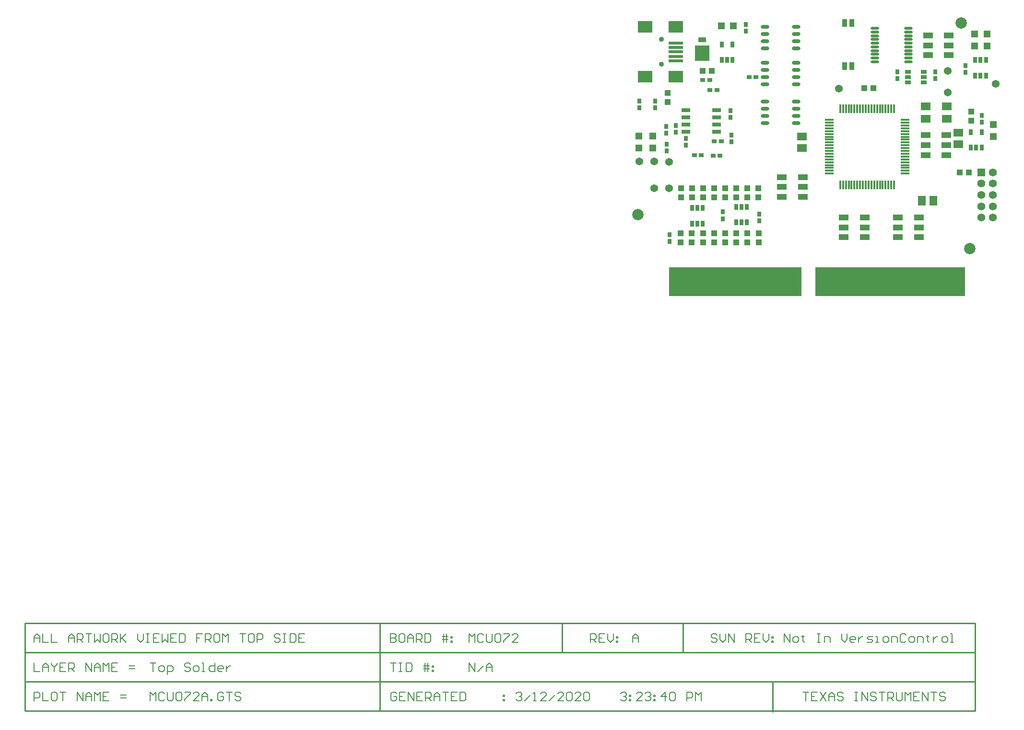
<source format=gts>
G04*
G04 #@! TF.GenerationSoftware,Altium Limited,Altium Designer,18.1.9 (240)*
G04*
G04 Layer_Color=8388736*
%FSAX44Y44*%
%MOMM*%
G71*
G01*
G75*
%ADD15C,0.2032*%
%ADD24C,0.2540*%
%ADD49R,23.4000X5.2000*%
%ADD50R,26.4400X5.2000*%
%ADD51R,1.0500X1.1000*%
%ADD52R,0.5500X2.8000*%
%ADD53R,1.3000X1.2000*%
%ADD54R,1.3700X0.8620*%
%ADD55R,2.6400X2.7670*%
%ADD56R,2.6000X2.1000*%
%ADD57R,2.6000X0.6000*%
%ADD58R,1.7000X1.1000*%
%ADD59R,1.7000X1.1000*%
%ADD60R,0.8600X1.3700*%
G04:AMPARAMS|DCode=61|XSize=0.7mm|YSize=1.55mm|CornerRadius=0.101mm|HoleSize=0mm|Usage=FLASHONLY|Rotation=90.000|XOffset=0mm|YOffset=0mm|HoleType=Round|Shape=RoundedRectangle|*
%AMROUNDEDRECTD61*
21,1,0.7000,1.3480,0,0,90.0*
21,1,0.4980,1.5500,0,0,90.0*
1,1,0.2020,0.6740,0.2490*
1,1,0.2020,0.6740,-0.2490*
1,1,0.2020,-0.6740,-0.2490*
1,1,0.2020,-0.6740,0.2490*
%
%ADD61ROUNDEDRECTD61*%
%ADD62O,1.5000X0.5500*%
%ADD63O,0.4000X1.5500*%
%ADD64O,1.5500X0.4000*%
%ADD65C,2.0000*%
%ADD66R,1.7000X1.3500*%
G04:AMPARAMS|DCode=67|XSize=0.7mm|YSize=1.1mm|CornerRadius=0.101mm|HoleSize=0mm|Usage=FLASHONLY|Rotation=90.000|XOffset=0mm|YOffset=0mm|HoleType=Round|Shape=RoundedRectangle|*
%AMROUNDEDRECTD67*
21,1,0.7000,0.8980,0,0,90.0*
21,1,0.4980,1.1000,0,0,90.0*
1,1,0.2020,0.4490,0.2490*
1,1,0.2020,0.4490,-0.2490*
1,1,0.2020,-0.4490,-0.2490*
1,1,0.2020,-0.4490,0.2490*
%
%ADD67ROUNDEDRECTD67*%
G04:AMPARAMS|DCode=68|XSize=0.7mm|YSize=1.1mm|CornerRadius=0.101mm|HoleSize=0mm|Usage=FLASHONLY|Rotation=180.000|XOffset=0mm|YOffset=0mm|HoleType=Round|Shape=RoundedRectangle|*
%AMROUNDEDRECTD68*
21,1,0.7000,0.8980,0,0,180.0*
21,1,0.4980,1.1000,0,0,180.0*
1,1,0.2020,-0.2490,0.4490*
1,1,0.2020,0.2490,0.4490*
1,1,0.2020,0.2490,-0.4490*
1,1,0.2020,-0.2490,-0.4490*
%
%ADD68ROUNDEDRECTD68*%
%ADD69O,1.4970X0.7000*%
%ADD70R,1.7002X1.3700*%
%ADD71R,0.7000X0.9000*%
%ADD72R,0.9000X0.7000*%
%ADD73R,1.1000X1.0500*%
%ADD74R,1.2000X1.3000*%
%ADD75R,1.3700X1.7002*%
%ADD76C,1.3700*%
%ADD77C,0.9000*%
%ADD78C,1.3900*%
G04:AMPARAMS|DCode=79|XSize=1.39mm|YSize=1.39mm|CornerRadius=0.0487mm|HoleSize=0mm|Usage=FLASHONLY|Rotation=270.000|XOffset=0mm|YOffset=0mm|HoleType=Round|Shape=RoundedRectangle|*
%AMROUNDEDRECTD79*
21,1,1.3900,1.2927,0,0,270.0*
21,1,1.2927,1.3900,0,0,270.0*
1,1,0.0973,-0.6464,-0.6464*
1,1,0.0973,-0.6464,0.6464*
1,1,0.0973,0.6464,0.6464*
1,1,0.0973,0.6464,-0.6464*
%
%ADD79ROUNDEDRECTD79*%
G54D15*
X00322326Y00186814D02*
X00332483D01*
X00327404D01*
Y00171579D01*
X00340100D02*
X00345179D01*
X00347718Y00174118D01*
Y00179196D01*
X00345179Y00181735D01*
X00340100D01*
X00337561Y00179196D01*
Y00174118D01*
X00340100Y00171579D01*
X00352796Y00166500D02*
Y00181735D01*
X00360414D01*
X00362953Y00179196D01*
Y00174118D01*
X00360414Y00171579D01*
X00352796D01*
X00393423Y00184275D02*
X00390884Y00186814D01*
X00385806D01*
X00383266Y00184275D01*
Y00181735D01*
X00385806Y00179196D01*
X00390884D01*
X00393423Y00176657D01*
Y00174118D01*
X00390884Y00171579D01*
X00385806D01*
X00383266Y00174118D01*
X00401040Y00171579D02*
X00406119D01*
X00408658Y00174118D01*
Y00179196D01*
X00406119Y00181735D01*
X00401040D01*
X00398501Y00179196D01*
Y00174118D01*
X00401040Y00171579D01*
X00413736D02*
X00418815D01*
X00416276D01*
Y00186814D01*
X00413736D01*
X00436589D02*
Y00171579D01*
X00428971D01*
X00426432Y00174118D01*
Y00179196D01*
X00428971Y00181735D01*
X00436589D01*
X00449285Y00171579D02*
X00444207D01*
X00441667Y00174118D01*
Y00179196D01*
X00444207Y00181735D01*
X00449285D01*
X00451824Y00179196D01*
Y00176657D01*
X00441667D01*
X00456903Y00181735D02*
Y00171579D01*
Y00176657D01*
X00459442Y00179196D01*
X00461981Y00181735D01*
X00464520D01*
X00322326Y00186814D02*
X00332483D01*
X00327404D01*
Y00171579D01*
X00340100D02*
X00345179D01*
X00347718Y00174118D01*
Y00179196D01*
X00345179Y00181735D01*
X00340100D01*
X00337561Y00179196D01*
Y00174118D01*
X00340100Y00171579D01*
X00352796Y00166500D02*
Y00181735D01*
X00360414D01*
X00362953Y00179196D01*
Y00174118D01*
X00360414Y00171579D01*
X00352796D01*
X00393423Y00184275D02*
X00390884Y00186814D01*
X00385806D01*
X00383266Y00184275D01*
Y00181735D01*
X00385806Y00179196D01*
X00390884D01*
X00393423Y00176657D01*
Y00174118D01*
X00390884Y00171579D01*
X00385806D01*
X00383266Y00174118D01*
X00401040Y00171579D02*
X00406119D01*
X00408658Y00174118D01*
Y00179196D01*
X00406119Y00181735D01*
X00401040D01*
X00398501Y00179196D01*
Y00174118D01*
X00401040Y00171579D01*
X00413736D02*
X00418815D01*
X00416276D01*
Y00186814D01*
X00413736D01*
X00436589D02*
Y00171579D01*
X00428971D01*
X00426432Y00174118D01*
Y00179196D01*
X00428971Y00181735D01*
X00436589D01*
X00449285Y00171579D02*
X00444207D01*
X00441667Y00174118D01*
Y00179196D01*
X00444207Y00181735D01*
X00449285D01*
X00451824Y00179196D01*
Y00176657D01*
X00441667D01*
X00456903Y00181735D02*
Y00171579D01*
Y00176657D01*
X00459442Y00179196D01*
X00461981Y00181735D01*
X00464520D01*
X01441196Y00223097D02*
Y00238332D01*
X01451353Y00223097D01*
Y00238332D01*
X01458970Y00223097D02*
X01464049D01*
X01466588Y00225636D01*
Y00230714D01*
X01464049Y00233253D01*
X01458970D01*
X01456431Y00230714D01*
Y00225636D01*
X01458970Y00223097D01*
X01474205Y00235793D02*
Y00233253D01*
X01471666D01*
X01476745D01*
X01474205D01*
Y00225636D01*
X01476745Y00223097D01*
X01499597Y00238332D02*
X01504675D01*
X01502136D01*
Y00223097D01*
X01499597D01*
X01504675D01*
X01512293D02*
Y00233253D01*
X01519910D01*
X01522450Y00230714D01*
Y00223097D01*
X01542763Y00238332D02*
Y00228175D01*
X01547841Y00223097D01*
X01552920Y00228175D01*
Y00238332D01*
X01565616Y00223097D02*
X01560537D01*
X01557998Y00225636D01*
Y00230714D01*
X01560537Y00233253D01*
X01565616D01*
X01568155Y00230714D01*
Y00228175D01*
X01557998D01*
X01573233Y00233253D02*
Y00223097D01*
Y00228175D01*
X01575773Y00230714D01*
X01578312Y00233253D01*
X01580851D01*
X01588468Y00223097D02*
X01596086D01*
X01598625Y00225636D01*
X01596086Y00228175D01*
X01591008D01*
X01588468Y00230714D01*
X01591008Y00233253D01*
X01598625D01*
X01603703Y00223097D02*
X01608782D01*
X01606243D01*
Y00233253D01*
X01603703D01*
X01618938Y00223097D02*
X01624017D01*
X01626556Y00225636D01*
Y00230714D01*
X01624017Y00233253D01*
X01618938D01*
X01616399Y00230714D01*
Y00225636D01*
X01618938Y00223097D01*
X01631634D02*
Y00233253D01*
X01639252D01*
X01641791Y00230714D01*
Y00223097D01*
X01657026Y00235793D02*
X01654487Y00238332D01*
X01649409D01*
X01646870Y00235793D01*
Y00225636D01*
X01649409Y00223097D01*
X01654487D01*
X01657026Y00225636D01*
X01664644Y00223097D02*
X01669722D01*
X01672261Y00225636D01*
Y00230714D01*
X01669722Y00233253D01*
X01664644D01*
X01662104Y00230714D01*
Y00225636D01*
X01664644Y00223097D01*
X01677340D02*
Y00233253D01*
X01684957D01*
X01687496Y00230714D01*
Y00223097D01*
X01695114Y00235793D02*
Y00233253D01*
X01692575D01*
X01697653D01*
X01695114D01*
Y00225636D01*
X01697653Y00223097D01*
X01705271Y00233253D02*
Y00223097D01*
Y00228175D01*
X01707810Y00230714D01*
X01710349Y00233253D01*
X01712888D01*
X01723045Y00223097D02*
X01728123D01*
X01730662Y00225636D01*
Y00230714D01*
X01728123Y00233253D01*
X01723045D01*
X01720506Y00230714D01*
Y00225636D01*
X01723045Y00223097D01*
X01735741D02*
X01740819D01*
X01738280D01*
Y00238332D01*
X01735741D01*
X01322829Y00235793D02*
X01320289Y00238332D01*
X01315211D01*
X01312672Y00235793D01*
Y00233253D01*
X01315211Y00230714D01*
X01320289D01*
X01322829Y00228175D01*
Y00225636D01*
X01320289Y00223097D01*
X01315211D01*
X01312672Y00225636D01*
X01327907Y00238332D02*
Y00228175D01*
X01332985Y00223097D01*
X01338064Y00228175D01*
Y00238332D01*
X01343142Y00223097D02*
Y00238332D01*
X01353299Y00223097D01*
Y00238332D01*
X01373612Y00223097D02*
Y00238332D01*
X01381230D01*
X01383769Y00235793D01*
Y00230714D01*
X01381230Y00228175D01*
X01373612D01*
X01378691D02*
X01383769Y00223097D01*
X01399004Y00238332D02*
X01388847D01*
Y00223097D01*
X01399004D01*
X01388847Y00230714D02*
X01393926D01*
X01404082Y00238332D02*
Y00228175D01*
X01409161Y00223097D01*
X01414239Y00228175D01*
Y00238332D01*
X01419317Y00233253D02*
X01421857D01*
Y00230714D01*
X01419317D01*
Y00233253D01*
Y00225636D02*
X01421857D01*
Y00223097D01*
X01419317D01*
Y00225636D01*
X01099820Y00223097D02*
Y00238332D01*
X01107438D01*
X01109977Y00235793D01*
Y00230714D01*
X01107438Y00228175D01*
X01099820D01*
X01104898D02*
X01109977Y00223097D01*
X01125212Y00238332D02*
X01115055D01*
Y00223097D01*
X01125212D01*
X01115055Y00230714D02*
X01120133D01*
X01130290Y00238332D02*
Y00228175D01*
X01135368Y00223097D01*
X01140447Y00228175D01*
Y00238332D01*
X01145525Y00233253D02*
X01148064D01*
Y00230714D01*
X01145525D01*
Y00233253D01*
Y00225636D02*
X01148064D01*
Y00223097D01*
X01145525D01*
Y00225636D01*
X00322326Y00119295D02*
Y00134530D01*
X00327404Y00129452D01*
X00332483Y00134530D01*
Y00119295D01*
X00347718Y00131991D02*
X00345179Y00134530D01*
X00340100D01*
X00337561Y00131991D01*
Y00121834D01*
X00340100Y00119295D01*
X00345179D01*
X00347718Y00121834D01*
X00352796Y00134530D02*
Y00121834D01*
X00355335Y00119295D01*
X00360414D01*
X00362953Y00121834D01*
Y00134530D01*
X00368031Y00131991D02*
X00370570Y00134530D01*
X00375649D01*
X00378188Y00131991D01*
Y00121834D01*
X00375649Y00119295D01*
X00370570D01*
X00368031Y00121834D01*
Y00131991D01*
X00383266Y00134530D02*
X00393423D01*
Y00131991D01*
X00383266Y00121834D01*
Y00119295D01*
X00408658D02*
X00398501D01*
X00408658Y00129452D01*
Y00131991D01*
X00406119Y00134530D01*
X00401040D01*
X00398501Y00131991D01*
X00413736Y00119295D02*
Y00129452D01*
X00418815Y00134530D01*
X00423893Y00129452D01*
Y00119295D01*
Y00126912D01*
X00413736D01*
X00428971Y00119295D02*
Y00121834D01*
X00431511D01*
Y00119295D01*
X00428971D01*
X00451824Y00131991D02*
X00449285Y00134530D01*
X00444207D01*
X00441667Y00131991D01*
Y00121834D01*
X00444207Y00119295D01*
X00449285D01*
X00451824Y00121834D01*
Y00126912D01*
X00446746D01*
X00456903Y00134530D02*
X00467059D01*
X00461981D01*
Y00119295D01*
X00482294Y00131991D02*
X00479755Y00134530D01*
X00474677D01*
X00472137Y00131991D01*
Y00129452D01*
X00474677Y00126912D01*
X00479755D01*
X00482294Y00124373D01*
Y00121834D01*
X00479755Y00119295D01*
X00474677D01*
X00472137Y00121834D01*
X00968121Y00131991D02*
X00970660Y00134530D01*
X00975739D01*
X00978278Y00131991D01*
Y00129452D01*
X00975739Y00126912D01*
X00973199D01*
X00975739D01*
X00978278Y00124373D01*
Y00121834D01*
X00975739Y00119295D01*
X00970660D01*
X00968121Y00121834D01*
X00983356Y00119295D02*
X00993513Y00129452D01*
X00998591Y00119295D02*
X01003670D01*
X01001130D01*
Y00134530D01*
X00998591Y00131991D01*
X01021444Y00119295D02*
X01011287D01*
X01021444Y00129452D01*
Y00131991D01*
X01018905Y00134530D01*
X01013826D01*
X01011287Y00131991D01*
X01026522Y00119295D02*
X01036679Y00129452D01*
X01051914Y00119295D02*
X01041757D01*
X01051914Y00129452D01*
Y00131991D01*
X01049375Y00134530D01*
X01044296D01*
X01041757Y00131991D01*
X01056992D02*
X01059531Y00134530D01*
X01064610D01*
X01067149Y00131991D01*
Y00121834D01*
X01064610Y00119295D01*
X01059531D01*
X01056992Y00121834D01*
Y00131991D01*
X01082384Y00119295D02*
X01072227D01*
X01082384Y00129452D01*
Y00131991D01*
X01079845Y00134530D01*
X01074766D01*
X01072227Y00131991D01*
X01087462D02*
X01090002Y00134530D01*
X01095080D01*
X01097619Y00131991D01*
Y00121834D01*
X01095080Y00119295D01*
X01090002D01*
X01087462Y00121834D01*
Y00131991D01*
X00757425D02*
X00754885Y00134530D01*
X00749807D01*
X00747268Y00131991D01*
Y00121834D01*
X00749807Y00119295D01*
X00754885D01*
X00757425Y00121834D01*
Y00126912D01*
X00752346D01*
X00772660Y00134530D02*
X00762503D01*
Y00119295D01*
X00772660D01*
X00762503Y00126912D02*
X00767581D01*
X00777738Y00119295D02*
Y00134530D01*
X00787895Y00119295D01*
Y00134530D01*
X00803130D02*
X00792973D01*
Y00119295D01*
X00803130D01*
X00792973Y00126912D02*
X00798052D01*
X00808208Y00119295D02*
Y00134530D01*
X00815826D01*
X00818365Y00131991D01*
Y00126912D01*
X00815826Y00124373D01*
X00808208D01*
X00813287D02*
X00818365Y00119295D01*
X00823443D02*
Y00129452D01*
X00828522Y00134530D01*
X00833600Y00129452D01*
Y00119295D01*
Y00126912D01*
X00823443D01*
X00838678Y00134530D02*
X00848835D01*
X00843757D01*
Y00119295D01*
X00864070Y00134530D02*
X00853913D01*
Y00119295D01*
X00864070D01*
X00853913Y00126912D02*
X00858992D01*
X00869149Y00134530D02*
Y00119295D01*
X00876766D01*
X00879305Y00121834D01*
Y00131991D01*
X00876766Y00134530D01*
X00869149D01*
X00945324Y00129452D02*
X00947863D01*
Y00126912D01*
X00945324D01*
Y00129452D01*
Y00121834D02*
X00947863D01*
Y00119295D01*
X00945324D01*
Y00121834D01*
X00117729Y00223097D02*
Y00233253D01*
X00122807Y00238332D01*
X00127886Y00233253D01*
Y00223097D01*
Y00230714D01*
X00117729D01*
X00132964Y00238332D02*
Y00223097D01*
X00143121D01*
X00148199Y00238332D02*
Y00223097D01*
X00158356D01*
X00178669D02*
Y00233253D01*
X00183748Y00238332D01*
X00188826Y00233253D01*
Y00223097D01*
Y00230714D01*
X00178669D01*
X00193904Y00223097D02*
Y00238332D01*
X00201522D01*
X00204061Y00235793D01*
Y00230714D01*
X00201522Y00228175D01*
X00193904D01*
X00198983D02*
X00204061Y00223097D01*
X00209139Y00238332D02*
X00219296D01*
X00214218D01*
Y00223097D01*
X00224375Y00238332D02*
Y00223097D01*
X00229453Y00228175D01*
X00234531Y00223097D01*
Y00238332D01*
X00247227D02*
X00242149D01*
X00239610Y00235793D01*
Y00225636D01*
X00242149Y00223097D01*
X00247227D01*
X00249766Y00225636D01*
Y00235793D01*
X00247227Y00238332D01*
X00254845Y00223097D02*
Y00238332D01*
X00262462D01*
X00265001Y00235793D01*
Y00230714D01*
X00262462Y00228175D01*
X00254845D01*
X00259923D02*
X00265001Y00223097D01*
X00270080Y00238332D02*
Y00223097D01*
Y00228175D01*
X00280236Y00238332D01*
X00272619Y00230714D01*
X00280236Y00223097D01*
X00300550Y00238332D02*
Y00228175D01*
X00305628Y00223097D01*
X00310707Y00228175D01*
Y00238332D01*
X00315785D02*
X00320863D01*
X00318324D01*
Y00223097D01*
X00315785D01*
X00320863D01*
X00338638Y00238332D02*
X00328481D01*
Y00223097D01*
X00338638D01*
X00328481Y00230714D02*
X00333559D01*
X00343716Y00238332D02*
Y00223097D01*
X00348794Y00228175D01*
X00353873Y00223097D01*
Y00238332D01*
X00369108D02*
X00358951D01*
Y00223097D01*
X00369108D01*
X00358951Y00230714D02*
X00364029D01*
X00374186Y00238332D02*
Y00223097D01*
X00381804D01*
X00384343Y00225636D01*
Y00235793D01*
X00381804Y00238332D01*
X00374186D01*
X00414813D02*
X00404656D01*
Y00230714D01*
X00409734D01*
X00404656D01*
Y00223097D01*
X00419891D02*
Y00238332D01*
X00427509D01*
X00430048Y00235793D01*
Y00230714D01*
X00427509Y00228175D01*
X00419891D01*
X00424970D02*
X00430048Y00223097D01*
X00442744Y00238332D02*
X00437665D01*
X00435126Y00235793D01*
Y00225636D01*
X00437665Y00223097D01*
X00442744D01*
X00445283Y00225636D01*
Y00235793D01*
X00442744Y00238332D01*
X00450361Y00223097D02*
Y00238332D01*
X00455440Y00233253D01*
X00460518Y00238332D01*
Y00223097D01*
X00480832Y00238332D02*
X00490988D01*
X00485910D01*
Y00223097D01*
X00503684Y00238332D02*
X00498606D01*
X00496067Y00235793D01*
Y00225636D01*
X00498606Y00223097D01*
X00503684D01*
X00506223Y00225636D01*
Y00235793D01*
X00503684Y00238332D01*
X00511302Y00223097D02*
Y00238332D01*
X00518919D01*
X00521458Y00235793D01*
Y00230714D01*
X00518919Y00228175D01*
X00511302D01*
X00551929Y00235793D02*
X00549389Y00238332D01*
X00544311D01*
X00541772Y00235793D01*
Y00233253D01*
X00544311Y00230714D01*
X00549389D01*
X00551929Y00228175D01*
Y00225636D01*
X00549389Y00223097D01*
X00544311D01*
X00541772Y00225636D01*
X00557007Y00238332D02*
X00562085D01*
X00559546D01*
Y00223097D01*
X00557007D01*
X00562085D01*
X00569703Y00238332D02*
Y00223097D01*
X00577320D01*
X00579860Y00225636D01*
Y00235793D01*
X00577320Y00238332D01*
X00569703D01*
X00595095D02*
X00584938D01*
Y00223097D01*
X00595095D01*
X00584938Y00230714D02*
X00590016D01*
X01173861Y00223097D02*
Y00233253D01*
X01178939Y00238332D01*
X01184018Y00233253D01*
Y00223097D01*
Y00230714D01*
X01173861D01*
X00885317Y00223097D02*
Y00238332D01*
X00890395Y00233253D01*
X00895474Y00238332D01*
Y00223097D01*
X00910709Y00235793D02*
X00908170Y00238332D01*
X00903091D01*
X00900552Y00235793D01*
Y00225636D01*
X00903091Y00223097D01*
X00908170D01*
X00910709Y00225636D01*
X00915787Y00238332D02*
Y00225636D01*
X00918326Y00223097D01*
X00923405D01*
X00925944Y00225636D01*
Y00238332D01*
X00931022Y00235793D02*
X00933561Y00238332D01*
X00938640D01*
X00941179Y00235793D01*
Y00225636D01*
X00938640Y00223097D01*
X00933561D01*
X00931022Y00225636D01*
Y00235793D01*
X00946257Y00238332D02*
X00956414D01*
Y00235793D01*
X00946257Y00225636D01*
Y00223097D01*
X00971649D02*
X00961492D01*
X00971649Y00233253D01*
Y00235793D01*
X00969110Y00238332D01*
X00964032D01*
X00961492Y00235793D01*
X00746760Y00238332D02*
Y00223097D01*
X00754378D01*
X00756917Y00225636D01*
Y00228175D01*
X00754378Y00230714D01*
X00746760D01*
X00754378D01*
X00756917Y00233253D01*
Y00235793D01*
X00754378Y00238332D01*
X00746760D01*
X00769613D02*
X00764534D01*
X00761995Y00235793D01*
Y00225636D01*
X00764534Y00223097D01*
X00769613D01*
X00772152Y00225636D01*
Y00235793D01*
X00769613Y00238332D01*
X00777230Y00223097D02*
Y00233253D01*
X00782309Y00238332D01*
X00787387Y00233253D01*
Y00223097D01*
Y00230714D01*
X00777230D01*
X00792465Y00223097D02*
Y00238332D01*
X00800083D01*
X00802622Y00235793D01*
Y00230714D01*
X00800083Y00228175D01*
X00792465D01*
X00797544D02*
X00802622Y00223097D01*
X00807700Y00238332D02*
Y00223097D01*
X00815318D01*
X00817857Y00225636D01*
Y00235793D01*
X00815318Y00238332D01*
X00807700D01*
X00840710Y00223097D02*
Y00238332D01*
X00845788D02*
Y00223097D01*
X00838170Y00233253D02*
X00845788D01*
X00848327D01*
X00838170Y00228175D02*
X00848327D01*
X00853406Y00233253D02*
X00855945D01*
Y00230714D01*
X00853406D01*
Y00233253D01*
Y00225636D02*
X00855945D01*
Y00223097D01*
X00853406D01*
Y00225636D01*
X00117729Y00186814D02*
Y00171579D01*
X00127886D01*
X00132964D02*
Y00181735D01*
X00138042Y00186814D01*
X00143121Y00181735D01*
Y00171579D01*
Y00179196D01*
X00132964D01*
X00148199Y00186814D02*
Y00184275D01*
X00153278Y00179196D01*
X00158356Y00184275D01*
Y00186814D01*
X00153278Y00179196D02*
Y00171579D01*
X00173591Y00186814D02*
X00163434D01*
Y00171579D01*
X00173591D01*
X00163434Y00179196D02*
X00168513D01*
X00178669Y00171579D02*
Y00186814D01*
X00186287D01*
X00188826Y00184275D01*
Y00179196D01*
X00186287Y00176657D01*
X00178669D01*
X00183748D02*
X00188826Y00171579D01*
X00209139D02*
Y00186814D01*
X00219296Y00171579D01*
Y00186814D01*
X00224375Y00171579D02*
Y00181735D01*
X00229453Y00186814D01*
X00234531Y00181735D01*
Y00171579D01*
Y00179196D01*
X00224375D01*
X00239610Y00171579D02*
Y00186814D01*
X00244688Y00181735D01*
X00249766Y00186814D01*
Y00171579D01*
X00265001Y00186814D02*
X00254845D01*
Y00171579D01*
X00265001D01*
X00254845Y00179196D02*
X00259923D01*
X00285315Y00176657D02*
X00295471D01*
X00285315Y00181735D02*
X00295471D01*
X00117729Y00119295D02*
Y00134530D01*
X00125346D01*
X00127886Y00131991D01*
Y00126912D01*
X00125346Y00124373D01*
X00117729D01*
X00132964Y00134530D02*
Y00119295D01*
X00143121D01*
X00155817Y00134530D02*
X00150738D01*
X00148199Y00131991D01*
Y00121834D01*
X00150738Y00119295D01*
X00155817D01*
X00158356Y00121834D01*
Y00131991D01*
X00155817Y00134530D01*
X00163434D02*
X00173591D01*
X00168513D01*
Y00119295D01*
X00193904D02*
Y00134530D01*
X00204061Y00119295D01*
Y00134530D01*
X00209139Y00119295D02*
Y00129452D01*
X00214218Y00134530D01*
X00219296Y00129452D01*
Y00119295D01*
Y00126912D01*
X00209139D01*
X00224375Y00119295D02*
Y00134530D01*
X00229453Y00129452D01*
X00234531Y00134530D01*
Y00119295D01*
X00249766Y00134530D02*
X00239610D01*
Y00119295D01*
X00249766D01*
X00239610Y00126912D02*
X00244688D01*
X00270080Y00124373D02*
X00280236D01*
X00270080Y00129452D02*
X00280236D01*
X01153287Y00131991D02*
X01155826Y00134530D01*
X01160904D01*
X01163444Y00131991D01*
Y00129452D01*
X01160904Y00126912D01*
X01158365D01*
X01160904D01*
X01163444Y00124373D01*
Y00121834D01*
X01160904Y00119295D01*
X01155826D01*
X01153287Y00121834D01*
X01168522Y00129452D02*
X01171061D01*
Y00126912D01*
X01168522D01*
Y00129452D01*
Y00121834D02*
X01171061D01*
Y00119295D01*
X01168522D01*
Y00121834D01*
X01191375Y00119295D02*
X01181218D01*
X01191375Y00129452D01*
Y00131991D01*
X01188836Y00134530D01*
X01183757D01*
X01181218Y00131991D01*
X01196453D02*
X01198992Y00134530D01*
X01204071D01*
X01206610Y00131991D01*
Y00129452D01*
X01204071Y00126912D01*
X01201531D01*
X01204071D01*
X01206610Y00124373D01*
Y00121834D01*
X01204071Y00119295D01*
X01198992D01*
X01196453Y00121834D01*
X01211688Y00129452D02*
X01214227D01*
Y00126912D01*
X01211688D01*
Y00129452D01*
Y00121834D02*
X01214227D01*
Y00119295D01*
X01211688D01*
Y00121834D01*
X01232001Y00119295D02*
Y00134530D01*
X01224384Y00126912D01*
X01234541D01*
X01239619Y00131991D02*
X01242158Y00134530D01*
X01247237D01*
X01249776Y00131991D01*
Y00121834D01*
X01247237Y00119295D01*
X01242158D01*
X01239619Y00121834D01*
Y00131991D01*
X01270089Y00119295D02*
Y00134530D01*
X01277707D01*
X01280246Y00131991D01*
Y00126912D01*
X01277707Y00124373D01*
X01270089D01*
X01285324Y00119295D02*
Y00134530D01*
X01290403Y00129452D01*
X01295481Y00134530D01*
Y00119295D01*
X01474470Y00134530D02*
X01484627D01*
X01479548D01*
Y00119295D01*
X01499862Y00134530D02*
X01489705D01*
Y00119295D01*
X01499862D01*
X01489705Y00126912D02*
X01494783D01*
X01504940Y00134530D02*
X01515097Y00119295D01*
Y00134530D02*
X01504940Y00119295D01*
X01520175D02*
Y00129452D01*
X01525254Y00134530D01*
X01530332Y00129452D01*
Y00119295D01*
Y00126912D01*
X01520175D01*
X01545567Y00131991D02*
X01543028Y00134530D01*
X01537950D01*
X01535410Y00131991D01*
Y00129452D01*
X01537950Y00126912D01*
X01543028D01*
X01545567Y00124373D01*
Y00121834D01*
X01543028Y00119295D01*
X01537950D01*
X01535410Y00121834D01*
X01565880Y00134530D02*
X01570959D01*
X01568420D01*
Y00119295D01*
X01565880D01*
X01570959D01*
X01578576D02*
Y00134530D01*
X01588733Y00119295D01*
Y00134530D01*
X01603968Y00131991D02*
X01601429Y00134530D01*
X01596351D01*
X01593811Y00131991D01*
Y00129452D01*
X01596351Y00126912D01*
X01601429D01*
X01603968Y00124373D01*
Y00121834D01*
X01601429Y00119295D01*
X01596351D01*
X01593811Y00121834D01*
X01609046Y00134530D02*
X01619203D01*
X01614125D01*
Y00119295D01*
X01624281D02*
Y00134530D01*
X01631899D01*
X01634438Y00131991D01*
Y00126912D01*
X01631899Y00124373D01*
X01624281D01*
X01629360D02*
X01634438Y00119295D01*
X01639517Y00134530D02*
Y00121834D01*
X01642056Y00119295D01*
X01647134D01*
X01649673Y00121834D01*
Y00134530D01*
X01654752Y00119295D02*
Y00134530D01*
X01659830Y00129452D01*
X01664908Y00134530D01*
Y00119295D01*
X01680143Y00134530D02*
X01669987D01*
Y00119295D01*
X01680143D01*
X01669987Y00126912D02*
X01675065D01*
X01685222Y00119295D02*
Y00134530D01*
X01695379Y00119295D01*
Y00134530D01*
X01700457D02*
X01710614D01*
X01705535D01*
Y00119295D01*
X01725849Y00131991D02*
X01723309Y00134530D01*
X01718231D01*
X01715692Y00131991D01*
Y00129452D01*
X01718231Y00126912D01*
X01723309D01*
X01725849Y00124373D01*
Y00121834D01*
X01723309Y00119295D01*
X01718231D01*
X01715692Y00121834D01*
X00746760Y00186685D02*
X00756917D01*
X00751838D01*
Y00171450D01*
X00761995Y00186685D02*
X00767073D01*
X00764534D01*
Y00171450D01*
X00761995D01*
X00767073D01*
X00774691Y00186685D02*
Y00171450D01*
X00782309D01*
X00784848Y00173989D01*
Y00184146D01*
X00782309Y00186685D01*
X00774691D01*
X00807700Y00171450D02*
Y00186685D01*
X00812779D02*
Y00171450D01*
X00805161Y00181607D02*
X00812779D01*
X00815318D01*
X00805161Y00176528D02*
X00815318D01*
X00820396Y00181607D02*
X00822935D01*
Y00179067D01*
X00820396D01*
Y00181607D01*
Y00173989D02*
X00822935D01*
Y00171450D01*
X00820396D01*
Y00173989D01*
X00885317Y00171450D02*
Y00186685D01*
X00895474Y00171450D01*
Y00186685D01*
X00900552Y00171450D02*
X00910709Y00181607D01*
X00915787Y00171450D02*
Y00181607D01*
X00920865Y00186685D01*
X00925944Y00181607D01*
Y00171450D01*
Y00179067D01*
X00915787D01*
G54D24*
X01262888Y00205020D02*
Y00256667D01*
X01049528Y00205020D02*
Y00256667D01*
X00101600Y00205020D02*
X01778508D01*
X00101600Y00153374D02*
X01778000D01*
X00101600Y00101727D02*
X01118870D01*
X00101727Y00256667D02*
X01778508D01*
X00101727Y00101727D02*
Y00256667D01*
Y00101727D02*
X00501904D01*
X00101600D02*
Y00256667D01*
X00727710Y00101727D02*
Y00256667D01*
X01778508Y00101727D02*
Y00256667D01*
X01118870Y00101727D02*
X01778508D01*
X01420876Y00100076D02*
Y00151596D01*
G54D49*
X01355400Y00860756D02*
D03*
G54D50*
X01628600D02*
D03*
G54D51*
X01357116Y00929666D02*
D03*
Y00945666D02*
D03*
X01337449Y00929666D02*
D03*
Y00945666D02*
D03*
X01395704Y01009422D02*
D03*
Y01025422D02*
D03*
X01396467Y00945666D02*
D03*
Y00929666D02*
D03*
X01337466Y01009422D02*
D03*
Y01025422D02*
D03*
X01356879D02*
D03*
Y01009422D02*
D03*
X01235431Y01194332D02*
D03*
Y01178332D02*
D03*
X01771879Y01160867D02*
D03*
Y01144867D02*
D03*
X01317799Y00929666D02*
D03*
Y00945666D02*
D03*
X01259815Y01009422D02*
D03*
Y01025422D02*
D03*
X01318053Y01009422D02*
D03*
Y01025422D02*
D03*
X01298132Y00945666D02*
D03*
Y00929666D02*
D03*
X01279227Y01009422D02*
D03*
Y01025422D02*
D03*
X01376800Y00945666D02*
D03*
Y00929666D02*
D03*
X01376292Y01009422D02*
D03*
Y01025422D02*
D03*
X01298640Y01009422D02*
D03*
Y01025422D02*
D03*
X01278465Y00945666D02*
D03*
Y00929666D02*
D03*
X01258799Y00945666D02*
D03*
Y00929666D02*
D03*
G54D52*
X01248400Y00858756D02*
D03*
X01256400D02*
D03*
X01264400D02*
D03*
X01272400D02*
D03*
X01280400D02*
D03*
X01288400D02*
D03*
X01296400D02*
D03*
X01304400D02*
D03*
X01312400D02*
D03*
X01320400D02*
D03*
X01328400D02*
D03*
X01336400D02*
D03*
X01344400D02*
D03*
X01352400D02*
D03*
X01360400D02*
D03*
X01368400D02*
D03*
X01376400D02*
D03*
X01384400D02*
D03*
X01392400D02*
D03*
X01400400D02*
D03*
X01408400D02*
D03*
X01416400D02*
D03*
X01424400D02*
D03*
X01432400D02*
D03*
X01440400D02*
D03*
X01448400D02*
D03*
X01456400D02*
D03*
X01464400D02*
D03*
X01504400D02*
D03*
X01512400D02*
D03*
X01520400D02*
D03*
X01528400D02*
D03*
X01536400D02*
D03*
X01544400D02*
D03*
X01552400D02*
D03*
X01560400D02*
D03*
X01568400D02*
D03*
X01576400D02*
D03*
X01584400D02*
D03*
X01592400D02*
D03*
X01600400D02*
D03*
X01608400D02*
D03*
X01616400D02*
D03*
X01624400D02*
D03*
X01632400D02*
D03*
X01640400D02*
D03*
X01648400D02*
D03*
X01656400D02*
D03*
X01664400D02*
D03*
X01672400D02*
D03*
X01680400D02*
D03*
X01688400D02*
D03*
X01696400D02*
D03*
X01704400D02*
D03*
X01712400D02*
D03*
X01720400D02*
D03*
X01728400D02*
D03*
X01736400D02*
D03*
X01744400D02*
D03*
X01752400D02*
D03*
G54D53*
X01799819Y01297924D02*
D03*
Y01276924D02*
D03*
X01777721Y01297924D02*
D03*
Y01276924D02*
D03*
X01810487Y01138321D02*
D03*
Y01117321D02*
D03*
X01209266Y01117746D02*
D03*
Y01096746D02*
D03*
X01184680Y01117702D02*
D03*
Y01096702D02*
D03*
G54D54*
X01296440Y01288146D02*
D03*
G54D55*
Y01264778D02*
D03*
G54D56*
X01195636Y01222562D02*
D03*
Y01310562D02*
D03*
X01250636Y01222562D02*
D03*
Y01310562D02*
D03*
G54D57*
Y01250562D02*
D03*
Y01258562D02*
D03*
Y01266562D02*
D03*
Y01274562D02*
D03*
Y01282562D02*
D03*
G54D58*
X01437403Y01010336D02*
D03*
Y01027836D02*
D03*
Y01045336D02*
D03*
X01474403D02*
D03*
Y01027836D02*
D03*
Y01010336D02*
D03*
X01695213Y01295789D02*
D03*
Y01278288D02*
D03*
Y01260788D02*
D03*
X01732213D02*
D03*
Y01278288D02*
D03*
Y01295789D02*
D03*
X01642381Y00974080D02*
D03*
Y00956580D02*
D03*
Y00939080D02*
D03*
X01679381D02*
D03*
Y00956580D02*
D03*
Y00974080D02*
D03*
X01546648D02*
D03*
Y00956580D02*
D03*
Y00939080D02*
D03*
X01583648D02*
D03*
Y00956580D02*
D03*
Y00974080D02*
D03*
G54D59*
X01728149Y01119389D02*
D03*
Y01101889D02*
D03*
Y01084389D02*
D03*
X01691149D02*
D03*
Y01101889D02*
D03*
Y01119389D02*
D03*
G54D60*
X01548638Y01317752D02*
D03*
X01561338D02*
D03*
Y01241552D02*
D03*
X01548638D02*
D03*
G54D61*
X01322420Y01125332D02*
D03*
Y01138032D02*
D03*
Y01150732D02*
D03*
Y01163432D02*
D03*
X01267920Y01125332D02*
D03*
Y01138032D02*
D03*
Y01150732D02*
D03*
Y01163432D02*
D03*
G54D62*
X01660917Y01249538D02*
D03*
Y01256038D02*
D03*
Y01262538D02*
D03*
Y01269038D02*
D03*
Y01275538D02*
D03*
Y01282038D02*
D03*
Y01288538D02*
D03*
Y01295038D02*
D03*
Y01301538D02*
D03*
Y01308038D02*
D03*
X01601917Y01249538D02*
D03*
Y01256038D02*
D03*
Y01262538D02*
D03*
Y01269038D02*
D03*
Y01275538D02*
D03*
Y01282038D02*
D03*
Y01288538D02*
D03*
Y01295038D02*
D03*
Y01301538D02*
D03*
Y01308038D02*
D03*
G54D63*
X01540537Y01166400D02*
D03*
X01545537D02*
D03*
X01550537D02*
D03*
X01555537D02*
D03*
X01560537D02*
D03*
X01565537D02*
D03*
X01570537D02*
D03*
X01575537D02*
D03*
X01580537D02*
D03*
X01585537D02*
D03*
X01590537D02*
D03*
X01595537D02*
D03*
X01600537D02*
D03*
X01605537D02*
D03*
X01610537D02*
D03*
X01615537D02*
D03*
X01620537D02*
D03*
X01625537D02*
D03*
X01630537D02*
D03*
X01635537D02*
D03*
Y01031900D02*
D03*
X01630537D02*
D03*
X01625537D02*
D03*
X01620537D02*
D03*
X01615537D02*
D03*
X01610537D02*
D03*
X01605537D02*
D03*
X01600537D02*
D03*
X01595537D02*
D03*
X01590537D02*
D03*
X01585537D02*
D03*
X01580537D02*
D03*
X01575537D02*
D03*
X01570537D02*
D03*
X01565537D02*
D03*
X01560537D02*
D03*
X01555537D02*
D03*
X01550537D02*
D03*
X01545537D02*
D03*
X01540537D02*
D03*
G54D64*
X01655287Y01146650D02*
D03*
Y01141650D02*
D03*
Y01136650D02*
D03*
Y01131650D02*
D03*
Y01126650D02*
D03*
Y01121650D02*
D03*
Y01116650D02*
D03*
Y01111650D02*
D03*
Y01106650D02*
D03*
Y01101650D02*
D03*
Y01096650D02*
D03*
Y01091650D02*
D03*
Y01086650D02*
D03*
Y01081650D02*
D03*
Y01076650D02*
D03*
Y01071650D02*
D03*
Y01066650D02*
D03*
Y01061650D02*
D03*
Y01056650D02*
D03*
Y01051650D02*
D03*
X01520787D02*
D03*
Y01056650D02*
D03*
Y01061650D02*
D03*
Y01066650D02*
D03*
Y01071650D02*
D03*
Y01076650D02*
D03*
Y01081650D02*
D03*
Y01086650D02*
D03*
Y01091650D02*
D03*
Y01096650D02*
D03*
Y01101650D02*
D03*
Y01106650D02*
D03*
Y01111650D02*
D03*
Y01116650D02*
D03*
Y01121650D02*
D03*
Y01126650D02*
D03*
Y01131650D02*
D03*
Y01136650D02*
D03*
Y01141650D02*
D03*
Y01146650D02*
D03*
G54D65*
X01754099Y01318158D02*
D03*
X01183361Y00978814D02*
D03*
X01769593Y00918616D02*
D03*
G54D66*
X01728487Y01148364D02*
D03*
X01691487D02*
D03*
Y01170364D02*
D03*
X01728487D02*
D03*
G54D67*
X01687737Y01231418D02*
D03*
Y01221918D02*
D03*
Y01212418D02*
D03*
X01660237D02*
D03*
Y01221918D02*
D03*
Y01231418D02*
D03*
G54D68*
X01356903Y00965284D02*
D03*
X01366403D02*
D03*
X01375903D02*
D03*
Y00992784D02*
D03*
X01366403D02*
D03*
X01356903D02*
D03*
X01771015Y01125092D02*
D03*
X01790015D02*
D03*
Y01097592D02*
D03*
X01780515D02*
D03*
X01771015D02*
D03*
X01331390Y01252552D02*
D03*
X01340890D02*
D03*
X01350390D02*
D03*
Y01280052D02*
D03*
X01331390D02*
D03*
X01778611Y01252372D02*
D03*
X01788111D02*
D03*
X01797611D02*
D03*
Y01224872D02*
D03*
X01788111D02*
D03*
X01778611D02*
D03*
X01279042Y00990888D02*
D03*
X01288542D02*
D03*
X01298042D02*
D03*
Y00963388D02*
D03*
X01288542D02*
D03*
X01279042D02*
D03*
G54D69*
X01462888Y01140612D02*
D03*
Y01153312D02*
D03*
Y01166012D02*
D03*
Y01178712D02*
D03*
X01407770Y01140612D02*
D03*
Y01153312D02*
D03*
Y01166012D02*
D03*
Y01178712D02*
D03*
X01462689Y01272912D02*
D03*
Y01285612D02*
D03*
Y01298312D02*
D03*
Y01311012D02*
D03*
X01407571Y01272912D02*
D03*
Y01285612D02*
D03*
Y01298312D02*
D03*
Y01311012D02*
D03*
X01462689Y01209412D02*
D03*
Y01222112D02*
D03*
Y01234812D02*
D03*
Y01247512D02*
D03*
X01407571Y01209412D02*
D03*
Y01222112D02*
D03*
Y01234812D02*
D03*
Y01247512D02*
D03*
G54D70*
X01472921Y01097178D02*
D03*
Y01117498D02*
D03*
X01748765Y01123788D02*
D03*
Y01103468D02*
D03*
G54D71*
X01790167Y01142172D02*
D03*
Y01154172D02*
D03*
X01239320Y00931666D02*
D03*
Y00943666D02*
D03*
X01373910Y01303482D02*
D03*
Y01315482D02*
D03*
X01234161Y01103432D02*
D03*
Y01091432D02*
D03*
X01761998Y01230472D02*
D03*
Y01242472D02*
D03*
X01346860Y01162802D02*
D03*
Y01150802D02*
D03*
X01232940Y01135142D02*
D03*
Y01123142D02*
D03*
X01348510Y01107902D02*
D03*
Y01119902D02*
D03*
X01185950Y01179592D02*
D03*
Y01167592D02*
D03*
X01707871Y01231702D02*
D03*
Y01219702D02*
D03*
X01397483Y00968242D02*
D03*
Y00980242D02*
D03*
X01332967Y00983798D02*
D03*
Y00971798D02*
D03*
X01267972Y01102100D02*
D03*
Y01114100D02*
D03*
X01250417Y01124960D02*
D03*
Y01136960D02*
D03*
X01213841Y01167632D02*
D03*
Y01179632D02*
D03*
X01641069Y01219702D02*
D03*
Y01231702D02*
D03*
G54D72*
X01298060Y01216772D02*
D03*
X01310060D02*
D03*
X01310760Y01198992D02*
D03*
X01322760D02*
D03*
X01318331Y01108862D02*
D03*
X01330331D02*
D03*
X01282861Y01083802D02*
D03*
X01294861D02*
D03*
X01379542Y01222054D02*
D03*
X01391542D02*
D03*
X01328045Y01082954D02*
D03*
X01316045D02*
D03*
G54D73*
X01297330Y01233282D02*
D03*
X01313330D02*
D03*
X01583031Y01202842D02*
D03*
X01599031D02*
D03*
X01767433Y01053744D02*
D03*
X01751433D02*
D03*
G54D74*
X01330487Y01312966D02*
D03*
X01351487D02*
D03*
G54D75*
X01684757Y01003452D02*
D03*
X01705077D02*
D03*
G54D76*
X01211960Y01073048D02*
D03*
Y01025550D02*
D03*
X01185950Y01073008D02*
D03*
X01815059Y01209954D02*
D03*
X01237971Y01072540D02*
D03*
X01537691Y01201572D02*
D03*
X01237971Y01025550D02*
D03*
X01730477Y01194714D02*
D03*
Y01232814D02*
D03*
G54D77*
X01224636Y01244562D02*
D03*
Y01288562D02*
D03*
G54D78*
X01809913Y00973734D02*
D03*
Y00993734D02*
D03*
Y01013734D02*
D03*
Y01033734D02*
D03*
Y01053734D02*
D03*
X01789913Y00973734D02*
D03*
Y00993734D02*
D03*
Y01013734D02*
D03*
Y01033734D02*
D03*
G54D79*
Y01053734D02*
D03*
M02*

</source>
